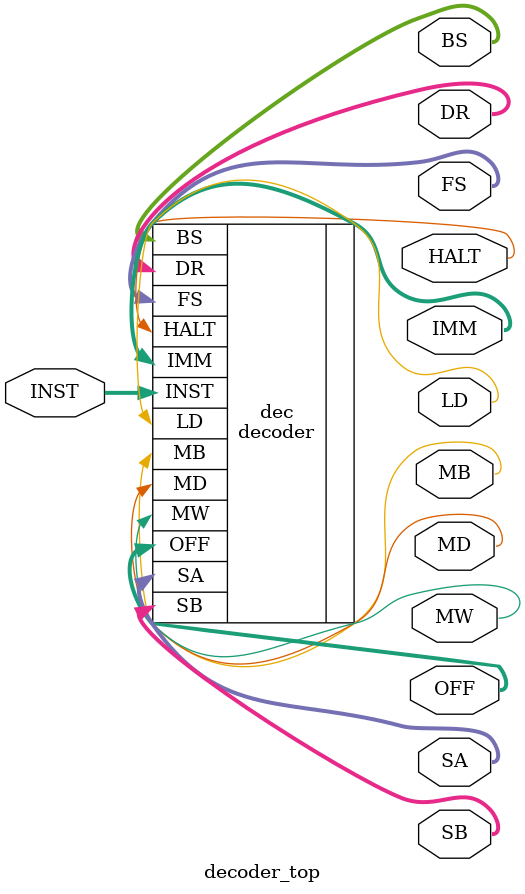
<source format=v>
module decoder_top(INST, DR, SA, SB, IMM, MB, FS, MD, LD, MW, BS, OFF, HALT);
	
	input [15:0] INST;
	output [2:0] DR, SA, SB, FS, BS;
	output [5:0] IMM, OFF;
	output MB, MD, LD, MW, HALT;
  
  reg  [2:0]  DR_REF;
  reg  [2:0]  SA_REF;
  reg  [2:0]  SB_REF;
  reg  [5:0]  IMM_REF;
  reg 		  MB_REF;
  reg  [2:0]  FS_REF;
  reg  		  MD_REF;
  reg 		  LD_REF;
  reg 		  MW_REF;
  
  decoder dec(
	  .INST(INST),
	  .DR(DR),
	  .SA(SA),
	  .SB(SB),
	  .IMM(IMM),
	  .MB(MB),
	  .FS(FS),
	  .MD(MD), 
	  .LD(LD), 
	  .MW(MW), 
	  .BS(BS), 
	  .OFF(OFF), 
	  .HALT(HALT)
  );
  
endmodule
</source>
